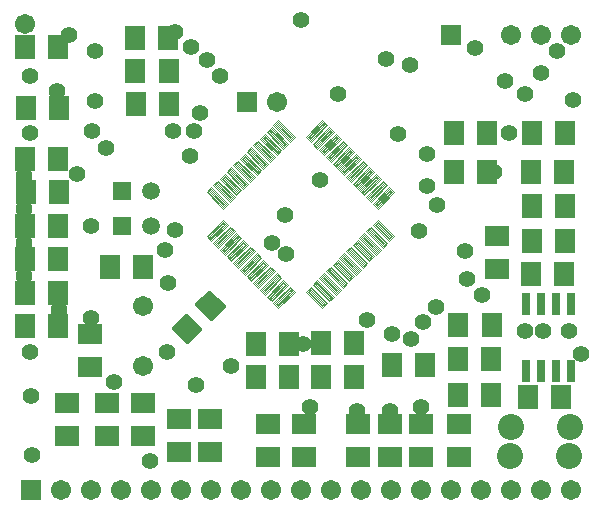
<source format=gts>
%FSLAX43Y43*%
%MOMM*%
G71*
G01*
G75*
%ADD10C,0.300*%
%ADD11C,0.125*%
%ADD12R,1.800X1.600*%
%ADD13R,1.600X1.800*%
%ADD14R,0.600X1.700*%
%ADD15R,0.600X1.700*%
%ADD16C,0.400*%
%ADD17C,0.500*%
%ADD18C,0.254*%
%ADD19C,1.500*%
%ADD20R,1.500X1.500*%
%ADD21R,1.300X1.300*%
%ADD22C,1.300*%
%ADD23C,2.000*%
%ADD24C,1.200*%
%ADD25R,0.550X1.450*%
%ADD26R,0.550X1.450*%
%ADD27R,5.700X5.500*%
%ADD28R,1.600X1.000*%
%ADD29C,0.600*%
%ADD30R,2.003X1.803*%
%ADD31R,1.803X2.003*%
%ADD32R,0.803X1.903*%
%ADD33R,0.803X1.903*%
%ADD34C,1.703*%
%ADD35R,1.703X1.703*%
%ADD36R,1.503X1.503*%
%ADD37C,1.503*%
%ADD38C,2.203*%
%ADD39C,1.403*%
D11*
X18501Y22011D02*
X18092Y22420D01*
X19491Y23819D01*
X19899Y23410D01*
X18501Y22011D01*
Y22158D02*
X18239Y22420D01*
X19491Y23671D01*
X19752Y23410D01*
X18501Y22158D01*
Y22306D02*
X18386Y22420D01*
X19491Y23524D01*
X19605Y23410D01*
X18501Y22306D01*
X18526Y22427D02*
X19465Y23402D01*
X20763Y19748D02*
X20355Y20157D01*
X21753Y21556D01*
X22162Y21147D01*
X20763Y19748D01*
Y19895D02*
X20502Y20157D01*
X21753Y21409D01*
X22015Y21147D01*
X20763Y19895D01*
Y20043D02*
X20649Y20157D01*
X21753Y21261D01*
X21868Y21147D01*
X20763Y20043D01*
X20789Y20165D02*
X21728Y21139D01*
X21329Y19182D02*
X20920Y19591D01*
X22319Y20990D01*
X22728Y20581D01*
X21329Y19182D01*
Y19330D02*
X21068Y19591D01*
X22319Y20843D01*
X22581Y20581D01*
X21329Y19330D01*
Y19477D02*
X21215Y19591D01*
X22319Y20695D01*
X22433Y20581D01*
X21329Y19477D01*
X21355Y19599D02*
X22294Y20574D01*
X21895Y18617D02*
X21486Y19026D01*
X22885Y20424D01*
X23294Y20016D01*
X21895Y18617D01*
Y18764D02*
X21633Y19026D01*
X22885Y20277D01*
X23146Y20016D01*
X21895Y18764D01*
Y18911D02*
X21781Y19026D01*
X22885Y20130D01*
X22999Y20016D01*
X21895Y18911D01*
X21920Y19033D02*
X22859Y20008D01*
X28047Y29294D02*
X27638Y29703D01*
X29037Y31102D01*
X29445Y30693D01*
X28047Y29294D01*
Y29441D02*
X27785Y29703D01*
X29037Y30955D01*
X29298Y30693D01*
X28047Y29441D01*
Y29589D02*
X27932Y29703D01*
X29037Y30807D01*
X29151Y30693D01*
X28047Y29589D01*
X28072Y29711D02*
X29011Y30685D01*
X17369Y23142D02*
X16960Y23551D01*
X18359Y24950D01*
X18768Y24541D01*
X17369Y23142D01*
Y23290D02*
X17108Y23551D01*
X18359Y24803D01*
X18621Y24541D01*
X17369Y23290D01*
Y23437D02*
X17255Y23551D01*
X18359Y24655D01*
X18473Y24541D01*
X17369Y23437D01*
X17395Y23559D02*
X18334Y24534D01*
X17935Y22577D02*
X17526Y22985D01*
X18925Y24384D01*
X19334Y23975D01*
X17935Y22577D01*
Y22724D02*
X17673Y22985D01*
X18925Y24237D01*
X19186Y23975D01*
X17935Y22724D01*
Y22871D02*
X17821Y22985D01*
X18925Y24090D01*
X19039Y23975D01*
X17935Y22871D01*
X17961Y22993D02*
X18899Y23968D01*
X19066Y21445D02*
X18658Y21854D01*
X20056Y23253D01*
X20465Y22844D01*
X19066Y21445D01*
Y21593D02*
X18805Y21854D01*
X20056Y23106D01*
X20318Y22844D01*
X19066Y21593D01*
Y21740D02*
X18952Y21854D01*
X20056Y22958D01*
X20171Y22844D01*
X19066Y21740D01*
X19092Y21862D02*
X20031Y22837D01*
X19632Y20880D02*
X19223Y21288D01*
X20622Y22687D01*
X21031Y22278D01*
X19632Y20880D01*
Y21027D02*
X19370Y21288D01*
X20622Y22540D01*
X20884Y22278D01*
X19632Y21027D01*
Y21174D02*
X19518Y21288D01*
X20622Y22393D01*
X20736Y22278D01*
X19632Y21174D01*
X19658Y21296D02*
X20596Y22271D01*
X20198Y20314D02*
X19789Y20723D01*
X21188Y22122D01*
X21597Y21713D01*
X20198Y20314D01*
Y20461D02*
X19936Y20723D01*
X21188Y21974D01*
X21449Y21713D01*
X20198Y20461D01*
Y20609D02*
X20084Y20723D01*
X21188Y21827D01*
X21302Y21713D01*
X20198Y20609D01*
X20223Y20730D02*
X21162Y21705D01*
X22461Y18051D02*
X22052Y18460D01*
X23450Y19859D01*
X23859Y19450D01*
X22461Y18051D01*
Y18198D02*
X22199Y18460D01*
X23450Y19711D01*
X23712Y19450D01*
X22461Y18198D01*
Y18346D02*
X22346Y18460D01*
X23450Y19564D01*
X23565Y19450D01*
X22461Y18346D01*
X22486Y18468D02*
X23425Y19442D01*
X23026Y17485D02*
X22617Y17894D01*
X24016Y19293D01*
X24425Y18884D01*
X23026Y17485D01*
Y17633D02*
X22765Y17894D01*
X24016Y19146D01*
X24278Y18884D01*
X23026Y17633D01*
Y17780D02*
X22912Y17894D01*
X24016Y18999D01*
X24130Y18884D01*
X23026Y17780D01*
X23052Y17902D02*
X23991Y18877D01*
X27183Y17894D02*
X26774Y17485D01*
X25375Y18884D01*
X25784Y19293D01*
X27183Y17894D01*
X27035D02*
X26774Y17633D01*
X25522Y18884D01*
X25784Y19146D01*
X27035Y17894D01*
X26888D02*
X26774Y17780D01*
X25670Y18884D01*
X25784Y18998D01*
X26888Y17894D01*
X26766Y17920D02*
X25791Y18859D01*
X27748Y18460D02*
X27340Y18051D01*
X25941Y19450D01*
X26350Y19859D01*
X27748Y18460D01*
X27601D02*
X27340Y18198D01*
X26088Y19450D01*
X26350Y19712D01*
X27601Y18460D01*
X27454D02*
X27340Y18346D01*
X26235Y19450D01*
X26350Y19564D01*
X27454Y18460D01*
X27332Y18486D02*
X26357Y19424D01*
X28314Y19026D02*
X27905Y18617D01*
X26506Y20016D01*
X26915Y20425D01*
X28314Y19026D01*
X28167D02*
X27905Y18764D01*
X26654Y20016D01*
X26915Y20277D01*
X28167Y19026D01*
X28019D02*
X27905Y18912D01*
X26801Y20016D01*
X26915Y20130D01*
X28019Y19026D01*
X27898Y19051D02*
X26923Y19990D01*
X28880Y19591D02*
X28471Y19182D01*
X27072Y20581D01*
X27481Y20990D01*
X28880Y19591D01*
X28732D02*
X28471Y19330D01*
X27219Y20581D01*
X27481Y20843D01*
X28732Y19591D01*
X28585D02*
X28471Y19477D01*
X27367Y20581D01*
X27481Y20695D01*
X28585Y19591D01*
X28463Y19617D02*
X27488Y20556D01*
X31143Y21854D02*
X30734Y21445D01*
X29335Y22844D01*
X29744Y23253D01*
X31143Y21854D01*
X30995D02*
X30734Y21593D01*
X29482Y22844D01*
X29744Y23106D01*
X30995Y21854D01*
X30848D02*
X30734Y21740D01*
X29629Y22844D01*
X29744Y22958D01*
X30848Y21854D01*
X30726Y21880D02*
X29751Y22819D01*
X31708Y22420D02*
X31299Y22011D01*
X29900Y23410D01*
X30309Y23819D01*
X31708Y22420D01*
X31561D02*
X31299Y22158D01*
X30048Y23410D01*
X30309Y23671D01*
X31561Y22420D01*
X31413D02*
X31299Y22306D01*
X30195Y23410D01*
X30309Y23524D01*
X31413Y22420D01*
X31292Y22445D02*
X30317Y23384D01*
X32274Y22985D02*
X31865Y22577D01*
X30466Y23975D01*
X30875Y24384D01*
X32274Y22985D01*
X32127D02*
X31865Y22724D01*
X30613Y23975D01*
X30875Y24237D01*
X32127Y22985D01*
X31979D02*
X31865Y22871D01*
X30761Y23975D01*
X30875Y24090D01*
X31979Y22985D01*
X31857Y23011D02*
X30883Y23950D01*
X32840Y23551D02*
X32431Y23142D01*
X31032Y24541D01*
X31441Y24950D01*
X32840Y23551D01*
X32692D02*
X32431Y23290D01*
X31179Y24541D01*
X31441Y24803D01*
X32692Y23551D01*
X32545D02*
X32431Y23437D01*
X31326Y24541D01*
X31441Y24655D01*
X32545Y23551D01*
X32423Y23577D02*
X31448Y24516D01*
X25784Y31557D02*
X25375Y31966D01*
X26774Y33365D01*
X27183Y32956D01*
X25784Y31557D01*
Y31704D02*
X25522Y31966D01*
X26774Y33217D01*
X27035Y32956D01*
X25784Y31704D01*
Y31852D02*
X25670Y31966D01*
X26774Y33070D01*
X26888Y32956D01*
X25784Y31852D01*
X25809Y31973D02*
X26748Y32948D01*
X26350Y30991D02*
X25941Y31400D01*
X27340Y32799D01*
X27748Y32390D01*
X26350Y30991D01*
Y31139D02*
X26088Y31400D01*
X27340Y32652D01*
X27601Y32390D01*
X26350Y31139D01*
Y31286D02*
X26235Y31400D01*
X27340Y32504D01*
X27454Y32390D01*
X26350Y31286D01*
X26375Y31408D02*
X27314Y32382D01*
X26915Y30426D02*
X26506Y30834D01*
X27905Y32233D01*
X28314Y31824D01*
X26915Y30426D01*
Y30573D02*
X26654Y30834D01*
X27905Y32086D01*
X28167Y31824D01*
X26915Y30573D01*
Y30720D02*
X26801Y30834D01*
X27905Y31939D01*
X28019Y31824D01*
X26915Y30720D01*
X26941Y30842D02*
X27880Y31817D01*
X27481Y29860D02*
X27072Y30269D01*
X28471Y31667D01*
X28880Y31259D01*
X27481Y29860D01*
Y30007D02*
X27219Y30269D01*
X28471Y31520D01*
X28732Y31259D01*
X27481Y30007D01*
Y30154D02*
X27367Y30269D01*
X28471Y31373D01*
X28585Y31259D01*
X27481Y30154D01*
X27506Y30276D02*
X28445Y31251D01*
X28612Y28728D02*
X28203Y29137D01*
X29602Y30536D01*
X30011Y30127D01*
X28612Y28728D01*
Y28876D02*
X28351Y29137D01*
X29602Y30389D01*
X29864Y30127D01*
X28612Y28876D01*
Y29023D02*
X28498Y29137D01*
X29602Y30242D01*
X29716Y30127D01*
X28612Y29023D01*
X28638Y29145D02*
X29577Y30120D01*
X29178Y28163D02*
X28769Y28572D01*
X30168Y29970D01*
X30577Y29562D01*
X29178Y28163D01*
Y28310D02*
X28916Y28572D01*
X30168Y29823D01*
X30429Y29562D01*
X29178Y28310D01*
Y28457D02*
X29064Y28572D01*
X30168Y29676D01*
X30282Y29562D01*
X29178Y28457D01*
X29204Y28579D02*
X30142Y29554D01*
X29744Y27597D02*
X29335Y28006D01*
X30734Y29405D01*
X31142Y28996D01*
X29744Y27597D01*
Y27744D02*
X29482Y28006D01*
X30734Y29257D01*
X30995Y28996D01*
X29744Y27744D01*
Y27892D02*
X29629Y28006D01*
X30734Y29110D01*
X30848Y28996D01*
X29744Y27892D01*
X29769Y28014D02*
X30708Y28988D01*
X30309Y27031D02*
X29901Y27440D01*
X31299Y28839D01*
X31708Y28430D01*
X30309Y27031D01*
Y27179D02*
X30048Y27440D01*
X31299Y28692D01*
X31561Y28430D01*
X30309Y27179D01*
Y27326D02*
X30195Y27440D01*
X31299Y28544D01*
X31414Y28430D01*
X30309Y27326D01*
X30335Y27448D02*
X31274Y28423D01*
X30875Y26466D02*
X30466Y26875D01*
X31865Y28273D01*
X32274Y27865D01*
X30875Y26466D01*
Y26613D02*
X30614Y26875D01*
X31865Y28126D01*
X32127Y27865D01*
X30875Y26613D01*
Y26760D02*
X30761Y26875D01*
X31865Y27979D01*
X31979Y27865D01*
X30875Y26760D01*
X30901Y26882D02*
X31839Y27857D01*
X31441Y25900D02*
X31032Y26309D01*
X32431Y27708D01*
X32840Y27299D01*
X31441Y25900D01*
Y26047D02*
X31179Y26309D01*
X32431Y27560D01*
X32692Y27299D01*
X31441Y26047D01*
Y26195D02*
X31327Y26309D01*
X32431Y27413D01*
X32545Y27299D01*
X31441Y26195D01*
X31466Y26316D02*
X32405Y27291D01*
X18768Y26309D02*
X18359Y25900D01*
X16960Y27299D01*
X17369Y27708D01*
X18768Y26309D01*
X18621D02*
X18359Y26047D01*
X17108Y27299D01*
X17369Y27560D01*
X18621Y26309D01*
X18473D02*
X18359Y26195D01*
X17255Y27299D01*
X17369Y27413D01*
X18473Y26309D01*
X18352Y26334D02*
X17377Y27273D01*
X19334Y26875D02*
X18925Y26466D01*
X17526Y27865D01*
X17935Y28273D01*
X19334Y26875D01*
X19186D02*
X18925Y26613D01*
X17673Y27865D01*
X17935Y28126D01*
X19186Y26875D01*
X19039D02*
X18925Y26760D01*
X17821Y27865D01*
X17935Y27979D01*
X19039Y26875D01*
X18917Y26900D02*
X17943Y27839D01*
X19899Y27440D02*
X19491Y27031D01*
X18092Y28430D01*
X18501Y28839D01*
X19899Y27440D01*
X19752D02*
X19491Y27179D01*
X18239Y28430D01*
X18501Y28692D01*
X19752Y27440D01*
X19605D02*
X19491Y27326D01*
X18386Y28430D01*
X18501Y28544D01*
X19605Y27440D01*
X19483Y27466D02*
X18508Y28405D01*
X20465Y28006D02*
X20056Y27597D01*
X18658Y28996D01*
X19066Y29405D01*
X20465Y28006D01*
X20318D02*
X20056Y27744D01*
X18805Y28996D01*
X19066Y29257D01*
X20318Y28006D01*
X20171D02*
X20056Y27892D01*
X18952Y28996D01*
X19066Y29110D01*
X20171Y28006D01*
X20049Y28031D02*
X19074Y28970D01*
X21031Y28572D02*
X20622Y28163D01*
X19223Y29562D01*
X19632Y29970D01*
X21031Y28572D01*
X20884D02*
X20622Y28310D01*
X19371Y29562D01*
X19632Y29823D01*
X20884Y28572D01*
X20736D02*
X20622Y28457D01*
X19518Y29562D01*
X19632Y29676D01*
X20736Y28572D01*
X20614Y28597D02*
X19640Y29536D01*
X21597Y29137D02*
X21188Y28728D01*
X19789Y30127D01*
X20198Y30536D01*
X21597Y29137D01*
X21449D02*
X21188Y28876D01*
X19936Y30127D01*
X20198Y30389D01*
X21449Y29137D01*
X21302D02*
X21188Y29023D01*
X20084Y30127D01*
X20198Y30241D01*
X21302Y29137D01*
X21180Y29163D02*
X20205Y30102D01*
X22162Y29703D02*
X21753Y29294D01*
X20355Y30693D01*
X20763Y31102D01*
X22162Y29703D01*
X22015D02*
X21753Y29441D01*
X20502Y30693D01*
X20763Y30954D01*
X22015Y29703D01*
X21868D02*
X21753Y29589D01*
X20649Y30693D01*
X20763Y30807D01*
X21868Y29703D01*
X21746Y29729D02*
X20771Y30667D01*
X22728Y30269D02*
X22319Y29860D01*
X20920Y31259D01*
X21329Y31667D01*
X22728Y30269D01*
X22581D02*
X22319Y30007D01*
X21068Y31259D01*
X21329Y31520D01*
X22581Y30269D01*
X22433D02*
X22319Y30154D01*
X21215Y31259D01*
X21329Y31373D01*
X22433Y30269D01*
X22311Y30294D02*
X21337Y31233D01*
X23294Y30834D02*
X22885Y30426D01*
X21486Y31824D01*
X21895Y32233D01*
X23294Y30834D01*
X23146D02*
X22885Y30573D01*
X21633Y31824D01*
X21895Y32086D01*
X23146Y30834D01*
X22999D02*
X22885Y30720D01*
X21781Y31824D01*
X21895Y31939D01*
X22999Y30834D01*
X22877Y30860D02*
X21902Y31799D01*
X23859Y31400D02*
X23450Y30991D01*
X22052Y32390D01*
X22460Y32799D01*
X23859Y31400D01*
X23712D02*
X23450Y31139D01*
X22199Y32390D01*
X22460Y32652D01*
X23712Y31400D01*
X23565D02*
X23450Y31286D01*
X22346Y32390D01*
X22460Y32504D01*
X23565Y31400D01*
X23443Y31426D02*
X22468Y32364D01*
X24425Y31966D02*
X24016Y31557D01*
X22617Y32956D01*
X23026Y33365D01*
X24425Y31966D01*
X24278D02*
X24016Y31704D01*
X22765Y32956D01*
X23026Y33217D01*
X24278Y31966D01*
X24130D02*
X24016Y31852D01*
X22912Y32956D01*
X23026Y33070D01*
X24130Y31966D01*
X24009Y31991D02*
X23034Y32930D01*
X30577Y21288D02*
X30168Y20880D01*
X28769Y22278D01*
X29178Y22687D01*
X30577Y21288D01*
X30429D02*
X30168Y21027D01*
X28916Y22278D01*
X29178Y22540D01*
X30429Y21288D01*
X30282D02*
X30168Y21174D01*
X29064Y22278D01*
X29178Y22393D01*
X30282Y21288D01*
X30160Y21314D02*
X29186Y22253D01*
X30011Y20723D02*
X29602Y20314D01*
X28203Y21713D01*
X28612Y22122D01*
X30011Y20723D01*
X29864D02*
X29602Y20461D01*
X28351Y21713D01*
X28612Y21974D01*
X29864Y20723D01*
X29716D02*
X29602Y20609D01*
X28498Y21713D01*
X28612Y21827D01*
X29716Y20723D01*
X29595Y20748D02*
X28620Y21687D01*
X29445Y20157D02*
X29037Y19748D01*
X27638Y21147D01*
X28047Y21556D01*
X29445Y20157D01*
X29298D02*
X29037Y19896D01*
X27785Y21147D01*
X28047Y21409D01*
X29298Y20157D01*
X29151D02*
X29037Y20043D01*
X27932Y21147D01*
X28047Y21261D01*
X29151Y20157D01*
X29029Y20183D02*
X28054Y21121D01*
D16*
X17317Y16655D02*
X16184Y17789D01*
X17176Y18781D01*
X18310Y17647D01*
X17317Y16655D01*
Y17126D02*
X16655Y17789D01*
X17176Y18309D01*
X17838Y17647D01*
X17317Y17126D01*
Y17598D02*
X17126Y17789D01*
X17176Y17838D01*
X17367Y17647D01*
X17317Y17598D01*
X17247Y17700D02*
Y17736D01*
X15337Y14675D02*
X14204Y15809D01*
X15196Y16801D01*
X16330Y15667D01*
X15337Y14675D01*
Y15147D02*
X14675Y15809D01*
X15196Y16330D01*
X15858Y15667D01*
X15337Y15147D01*
Y15618D02*
X15147Y15809D01*
X15196Y15858D01*
X15387Y15667D01*
X15337Y15618D01*
X15267Y15720D02*
Y15756D01*
D30*
X22122Y4868D02*
D03*
Y7668D02*
D03*
X25243Y7637D02*
D03*
X25243Y4837D02*
D03*
X29743Y7662D02*
D03*
X29743Y4862D02*
D03*
X32518Y7637D02*
D03*
X32518Y4837D02*
D03*
X41568Y23562D02*
D03*
X41568Y20762D02*
D03*
X38357Y4838D02*
D03*
Y7638D02*
D03*
X5168Y9462D02*
D03*
X5168Y6662D02*
D03*
X7068Y15312D02*
D03*
X7068Y12512D02*
D03*
X8518Y9462D02*
D03*
X8518Y6662D02*
D03*
X35143Y7637D02*
D03*
X35143Y4837D02*
D03*
X14657Y5288D02*
D03*
Y8088D02*
D03*
X17257Y5288D02*
D03*
Y8088D02*
D03*
X11582Y6638D02*
D03*
X11582Y9438D02*
D03*
D31*
X23932Y11622D02*
D03*
X21132D02*
D03*
X26643Y11653D02*
D03*
X29443D02*
D03*
X21163Y14443D02*
D03*
X23963Y14443D02*
D03*
X41062Y13182D02*
D03*
X38262Y13182D02*
D03*
X29412Y14482D02*
D03*
X26612Y14482D02*
D03*
X35487Y12682D02*
D03*
X32687Y12682D02*
D03*
X41012Y10107D02*
D03*
X38212Y10107D02*
D03*
X41087Y16007D02*
D03*
X38287Y16007D02*
D03*
X10963Y34768D02*
D03*
X13763Y34768D02*
D03*
X1605Y15944D02*
D03*
X4405D02*
D03*
X1588Y18775D02*
D03*
X4388D02*
D03*
X10913Y40318D02*
D03*
X13713Y40318D02*
D03*
X1605Y21614D02*
D03*
X4405Y21614D02*
D03*
X1588Y24445D02*
D03*
X4388Y24445D02*
D03*
X10938Y37518D02*
D03*
X13738Y37518D02*
D03*
X1630Y27309D02*
D03*
X4430D02*
D03*
X1613Y30140D02*
D03*
X4413D02*
D03*
X47287Y26082D02*
D03*
Y23182D02*
D03*
X44487Y26082D02*
D03*
Y23182D02*
D03*
X47262Y20332D02*
D03*
X44462Y20332D02*
D03*
X1613Y39543D02*
D03*
X4413Y39543D02*
D03*
X1638Y34418D02*
D03*
X4438Y34418D02*
D03*
X47312Y32282D02*
D03*
X37888Y32293D02*
D03*
X40688D02*
D03*
X44512Y32282D02*
D03*
X37888Y28993D02*
D03*
X40688D02*
D03*
X47262Y28982D02*
D03*
X44462Y28982D02*
D03*
X8763Y20943D02*
D03*
X11563Y20943D02*
D03*
X46963Y9968D02*
D03*
X44163Y9968D02*
D03*
D32*
X43970Y12150D02*
D03*
X45240D02*
D03*
X46510D02*
D03*
X47780D02*
D03*
X43970Y17850D02*
D03*
X45240D02*
D03*
D33*
X46510Y17850D02*
D03*
X47780Y17850D02*
D03*
D34*
X1625Y41500D02*
D03*
X22910Y34937D02*
D03*
X35120Y2100D02*
D03*
X4640D02*
D03*
X7180D02*
D03*
X9720D02*
D03*
X12260D02*
D03*
X14800D02*
D03*
X17340D02*
D03*
X19880D02*
D03*
X22420D02*
D03*
X24960D02*
D03*
X27500D02*
D03*
X30040D02*
D03*
X32580D02*
D03*
X37660D02*
D03*
X40200D02*
D03*
X42740D02*
D03*
X45280D02*
D03*
X47820D02*
D03*
X11575Y12617D02*
D03*
X11575Y17617D02*
D03*
X42747Y40591D02*
D03*
X45287Y40591D02*
D03*
X47827D02*
D03*
D35*
X20370Y34937D02*
D03*
X2100Y2100D02*
D03*
X37667Y40591D02*
D03*
D36*
X9758Y24388D02*
D03*
Y27363D02*
D03*
D37*
X12258Y24388D02*
D03*
Y27363D02*
D03*
D38*
X47725Y7375D02*
D03*
X47625Y4925D02*
D03*
X42625D02*
D03*
X42725Y7375D02*
D03*
D39*
X2000Y13750D02*
D03*
X1525Y25900D02*
D03*
D03*
X1500Y23000D02*
D03*
X48625Y13600D02*
D03*
X13450Y22400D02*
D03*
X7525Y35000D02*
D03*
X7500Y39250D02*
D03*
X1975Y32300D02*
D03*
X2000Y37100D02*
D03*
X13700Y19575D02*
D03*
X13600Y13750D02*
D03*
X2100Y10000D02*
D03*
X2200Y5025D02*
D03*
X12200Y4575D02*
D03*
X19000Y12550D02*
D03*
X16050Y11000D02*
D03*
X30575Y16500D02*
D03*
X35600Y27850D02*
D03*
X35625Y30500D02*
D03*
X45250Y37400D02*
D03*
X45475Y15575D02*
D03*
X46600Y39275D02*
D03*
X4325Y35850D02*
D03*
X5350Y40600D02*
D03*
X24950Y41850D02*
D03*
X26600Y28350D02*
D03*
X23700Y22025D02*
D03*
X22500Y22975D02*
D03*
X33200Y32250D02*
D03*
X28050Y35600D02*
D03*
X25125Y14475D02*
D03*
X25700Y9075D02*
D03*
X14250Y24075D02*
D03*
X32687Y15250D02*
D03*
X34975Y24025D02*
D03*
X34250Y14850D02*
D03*
X29725Y8787D02*
D03*
X35275Y16275D02*
D03*
X32525Y8800D02*
D03*
X43900Y35625D02*
D03*
X43925Y15525D02*
D03*
X47675Y15550D02*
D03*
X48000Y35100D02*
D03*
X40250Y18550D02*
D03*
X36400Y17575D02*
D03*
X35150Y9075D02*
D03*
X36450Y26175D02*
D03*
X42250Y36700D02*
D03*
X18075Y37150D02*
D03*
X16400Y34000D02*
D03*
X39025Y19975D02*
D03*
X32150Y38600D02*
D03*
X17000Y38450D02*
D03*
X15525Y30375D02*
D03*
X6000Y28800D02*
D03*
X4475Y17325D02*
D03*
X38800Y22300D02*
D03*
X34150Y38100D02*
D03*
X15650Y39575D02*
D03*
X15900Y32450D02*
D03*
X8450Y31025D02*
D03*
X9125Y11225D02*
D03*
X7145Y24445D02*
D03*
X39725Y39525D02*
D03*
X14325Y40825D02*
D03*
X14125Y32500D02*
D03*
X7225Y32450D02*
D03*
X7175Y16600D02*
D03*
X41268Y28975D02*
D03*
X42550Y32293D02*
D03*
X1500Y28700D02*
D03*
Y20200D02*
D03*
X23587Y25357D02*
D03*
M02*

</source>
